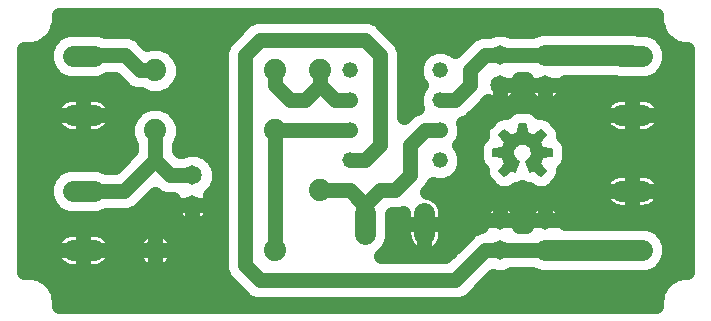
<source format=gbl>
G75*
%MOIN*%
%OFA0B0*%
%FSLAX24Y24*%
%IPPOS*%
%LPD*%
%AMOC8*
5,1,8,0,0,1.08239X$1,22.5*
%
%ADD10C,0.0520*%
%ADD11C,0.0740*%
%ADD12C,0.0650*%
%ADD13C,0.0700*%
%ADD14C,0.0059*%
%ADD15C,0.0500*%
D10*
X016333Y009000D03*
X016333Y010000D03*
X016333Y011000D03*
X016333Y012000D03*
X019333Y012000D03*
X019333Y011000D03*
X019333Y010000D03*
X019333Y009000D03*
D11*
X015333Y008000D03*
X013833Y006000D03*
X009833Y006000D03*
X009833Y010000D03*
X013833Y010000D03*
X013833Y012000D03*
X015333Y012000D03*
X009833Y012000D03*
D12*
X011083Y008500D03*
X011083Y007500D03*
X021333Y007000D03*
X022833Y007000D03*
X022833Y006000D03*
X021333Y006000D03*
X021333Y011500D03*
X022833Y011500D03*
X022833Y012500D03*
X021333Y012500D03*
D13*
X022833Y012500D02*
X025711Y012500D01*
X025727Y012484D01*
X025377Y012484D02*
X026077Y012484D01*
X026077Y010516D02*
X025377Y010516D01*
X025377Y007984D02*
X026077Y007984D01*
X026077Y006016D02*
X025377Y006016D01*
X025711Y006000D02*
X022833Y006000D01*
X018818Y006544D02*
X018818Y007244D01*
X016849Y007244D02*
X016849Y006544D01*
X007790Y006016D02*
X007090Y006016D01*
X007090Y007984D02*
X007790Y007984D01*
X007790Y010516D02*
X007090Y010516D01*
X007090Y012484D02*
X007790Y012484D01*
D14*
X021106Y009370D02*
X021106Y009130D01*
X021424Y009098D01*
X021458Y008991D01*
X021509Y008891D01*
X021308Y008644D01*
X021477Y008474D01*
X021725Y008676D01*
X021824Y008625D01*
X021966Y008966D01*
X021912Y008994D01*
X021866Y009032D01*
X021828Y009079D01*
X021799Y009132D01*
X021782Y009190D01*
X021776Y009250D01*
X021782Y009313D01*
X021801Y009373D01*
X021832Y009428D01*
X021874Y009475D01*
X021925Y009513D01*
X021982Y009540D01*
X022043Y009555D01*
X022106Y009557D01*
X022168Y009546D01*
X022227Y009522D01*
X022280Y009487D01*
X022324Y009442D01*
X022358Y009389D01*
X022380Y009330D01*
X022390Y009267D01*
X022387Y009204D01*
X022372Y009143D01*
X022344Y009086D01*
X022305Y009037D01*
X022257Y008996D01*
X022201Y008966D01*
X022342Y008625D01*
X022442Y008676D01*
X022689Y008474D01*
X022859Y008644D01*
X022657Y008891D01*
X022709Y008991D01*
X022743Y009098D01*
X023060Y009130D01*
X023060Y009370D01*
X022743Y009402D01*
X022709Y009509D01*
X022657Y009609D01*
X022859Y009856D01*
X022689Y010026D01*
X022442Y009824D01*
X022342Y009875D01*
X022236Y009909D01*
X022203Y010227D01*
X021963Y010227D01*
X021931Y009909D01*
X021824Y009875D01*
X021725Y009824D01*
X021477Y010026D01*
X021308Y009856D01*
X021509Y009609D01*
X021458Y009509D01*
X021424Y009402D01*
X021106Y009370D01*
X021106Y009321D02*
X021785Y009321D01*
X021777Y009263D02*
X021106Y009263D01*
X021106Y009205D02*
X021780Y009205D01*
X021794Y009148D02*
X021106Y009148D01*
X021187Y009378D02*
X021804Y009378D01*
X021839Y009436D02*
X021435Y009436D01*
X021453Y009493D02*
X021898Y009493D01*
X022026Y009551D02*
X021480Y009551D01*
X021509Y009608D02*
X022657Y009608D01*
X022687Y009551D02*
X022139Y009551D01*
X022270Y009493D02*
X022714Y009493D01*
X022732Y009436D02*
X022328Y009436D01*
X022362Y009378D02*
X022980Y009378D01*
X023060Y009321D02*
X022382Y009321D01*
X022390Y009263D02*
X023060Y009263D01*
X023060Y009205D02*
X022388Y009205D01*
X022373Y009148D02*
X023060Y009148D01*
X022740Y009090D02*
X022346Y009090D01*
X022300Y009033D02*
X022722Y009033D01*
X022700Y008975D02*
X022219Y008975D01*
X022221Y008918D02*
X022671Y008918D01*
X022683Y008860D02*
X022245Y008860D01*
X022269Y008803D02*
X022730Y008803D01*
X022777Y008745D02*
X022293Y008745D01*
X022316Y008687D02*
X022823Y008687D01*
X022845Y008630D02*
X022499Y008630D01*
X022569Y008572D02*
X022787Y008572D01*
X022730Y008515D02*
X022640Y008515D01*
X022352Y008630D02*
X022340Y008630D01*
X021898Y008803D02*
X021437Y008803D01*
X021484Y008860D02*
X021922Y008860D01*
X021946Y008918D02*
X021496Y008918D01*
X021466Y008975D02*
X021948Y008975D01*
X021866Y009033D02*
X021445Y009033D01*
X021426Y009090D02*
X021822Y009090D01*
X021874Y008745D02*
X021390Y008745D01*
X021343Y008687D02*
X021850Y008687D01*
X021826Y008630D02*
X021814Y008630D01*
X021668Y008630D02*
X021322Y008630D01*
X021379Y008572D02*
X021598Y008572D01*
X021527Y008515D02*
X021437Y008515D01*
X021463Y009666D02*
X022704Y009666D01*
X022751Y009723D02*
X021416Y009723D01*
X021369Y009781D02*
X022798Y009781D01*
X022845Y009839D02*
X022460Y009839D01*
X022413Y009839D02*
X021753Y009839D01*
X021707Y009839D02*
X021322Y009839D01*
X021348Y009896D02*
X021636Y009896D01*
X021565Y009954D02*
X021405Y009954D01*
X021463Y010011D02*
X021495Y010011D01*
X021890Y009896D02*
X022277Y009896D01*
X022231Y009954D02*
X021936Y009954D01*
X021941Y010011D02*
X022225Y010011D01*
X022219Y010069D02*
X021947Y010069D01*
X021953Y010126D02*
X022214Y010126D01*
X022208Y010184D02*
X021959Y010184D01*
X022531Y009896D02*
X022819Y009896D01*
X022761Y009954D02*
X022601Y009954D01*
X022672Y010011D02*
X022704Y010011D01*
D15*
X026540Y004150D02*
X006627Y004150D01*
X006627Y004387D01*
X006556Y004653D01*
X006419Y004891D01*
X006224Y005085D01*
X005986Y005223D01*
X005721Y005294D01*
X005483Y005294D01*
X005483Y012706D01*
X005721Y012706D01*
X005986Y012777D01*
X006224Y012915D01*
X006419Y013109D01*
X006556Y013347D01*
X006627Y013613D01*
X006627Y013846D01*
X026540Y013846D01*
X026540Y013613D01*
X026611Y013347D01*
X026748Y013109D01*
X026942Y012915D01*
X027180Y012777D01*
X027446Y012706D01*
X027553Y012706D01*
X027553Y005294D01*
X027446Y005294D01*
X027180Y005223D01*
X026942Y005085D01*
X026748Y004891D01*
X026611Y004653D01*
X026540Y004387D01*
X026540Y004150D01*
X026559Y004458D02*
X020423Y004458D01*
X020286Y004322D02*
X021110Y005145D01*
X021159Y005125D01*
X021507Y005125D01*
X021688Y005200D01*
X022413Y005200D01*
X022654Y005100D01*
X025890Y005100D01*
X025928Y005116D01*
X026256Y005116D01*
X026587Y005253D01*
X026840Y005506D01*
X026977Y005837D01*
X026977Y006195D01*
X026840Y006526D01*
X026587Y006779D01*
X026256Y006916D01*
X025198Y006916D01*
X025160Y006900D01*
X023501Y006900D01*
X023508Y006956D01*
X023508Y007000D01*
X023508Y007044D01*
X023497Y007132D01*
X023474Y007217D01*
X023440Y007299D01*
X023396Y007376D01*
X023342Y007446D01*
X023279Y007509D01*
X023209Y007562D01*
X023133Y007607D01*
X023051Y007641D01*
X022965Y007663D01*
X022878Y007675D01*
X022833Y007675D01*
X022789Y007675D01*
X022701Y007663D01*
X022616Y007641D01*
X022534Y007607D01*
X022458Y007562D01*
X022387Y007509D01*
X022325Y007446D01*
X022271Y007376D01*
X022227Y007299D01*
X022193Y007217D01*
X022170Y007132D01*
X022158Y007044D01*
X022158Y007000D01*
X022833Y007000D01*
X022158Y007000D01*
X022158Y006956D01*
X022170Y006868D01*
X022188Y006800D01*
X021979Y006800D01*
X021997Y006868D01*
X022008Y006956D01*
X022008Y007000D01*
X022008Y007044D01*
X021997Y007132D01*
X021974Y007217D01*
X021940Y007299D01*
X021896Y007376D01*
X021842Y007446D01*
X021779Y007509D01*
X021709Y007562D01*
X021633Y007607D01*
X021551Y007641D01*
X021465Y007663D01*
X021378Y007675D01*
X021333Y007675D01*
X021289Y007675D01*
X021201Y007663D01*
X021116Y007641D01*
X021034Y007607D01*
X020958Y007562D01*
X020887Y007509D01*
X020825Y007446D01*
X020771Y007376D01*
X020727Y007299D01*
X020693Y007217D01*
X020670Y007132D01*
X020658Y007044D01*
X020658Y007000D01*
X021333Y007000D01*
X020658Y007000D01*
X020658Y006956D01*
X020670Y006868D01*
X020688Y006800D01*
X020674Y006800D01*
X020380Y006678D01*
X020155Y006453D01*
X019502Y005800D01*
X017378Y005800D01*
X017612Y006034D01*
X017749Y006365D01*
X017749Y007200D01*
X017992Y007200D01*
X018118Y007252D01*
X018118Y006894D01*
X018818Y006894D01*
X019518Y006894D01*
X019518Y007290D01*
X019506Y007381D01*
X019482Y007469D01*
X019447Y007554D01*
X019401Y007633D01*
X019345Y007706D01*
X019280Y007771D01*
X019207Y007827D01*
X019128Y007873D01*
X019043Y007908D01*
X018954Y007932D01*
X018903Y007938D01*
X019012Y008047D01*
X019086Y008226D01*
X019172Y008190D01*
X019494Y008190D01*
X019792Y008313D01*
X020020Y008541D01*
X020143Y008839D01*
X020143Y009161D01*
X020020Y009459D01*
X019979Y009500D01*
X020020Y009541D01*
X020143Y009839D01*
X020143Y010161D01*
X020107Y010248D01*
X020286Y010322D01*
X020786Y010822D01*
X020926Y010962D01*
X020958Y010938D01*
X021034Y010893D01*
X021116Y010859D01*
X021201Y010837D01*
X021289Y010825D01*
X021333Y010825D01*
X021333Y011500D01*
X021333Y011500D01*
X021333Y010825D01*
X021378Y010825D01*
X021465Y010837D01*
X021551Y010859D01*
X021633Y010893D01*
X021709Y010938D01*
X021779Y010991D01*
X021842Y011054D01*
X021896Y011124D01*
X021940Y011201D01*
X021974Y011283D01*
X021997Y011368D01*
X022008Y011456D01*
X022008Y011500D01*
X022008Y011544D01*
X021997Y011632D01*
X021979Y011700D01*
X022188Y011700D01*
X022170Y011632D01*
X022158Y011544D01*
X022158Y011500D01*
X022833Y011500D01*
X022158Y011500D01*
X022158Y011456D01*
X022170Y011368D01*
X022193Y011283D01*
X022227Y011201D01*
X022271Y011124D01*
X022325Y011054D01*
X022387Y010991D01*
X022458Y010938D01*
X022534Y010893D01*
X022616Y010859D01*
X022701Y010837D01*
X022789Y010825D01*
X022833Y010825D01*
X022833Y011500D01*
X022833Y011500D01*
X022833Y011500D01*
X022833Y010825D01*
X022878Y010825D01*
X022965Y010837D01*
X023051Y010859D01*
X023133Y010893D01*
X023209Y010938D01*
X023279Y010991D01*
X023342Y011054D01*
X023396Y011124D01*
X023440Y011201D01*
X023474Y011283D01*
X023497Y011368D01*
X023508Y011456D01*
X023508Y011500D01*
X023508Y011544D01*
X023501Y011600D01*
X025160Y011600D01*
X025198Y011584D01*
X026256Y011584D01*
X026587Y011721D01*
X026840Y011974D01*
X026977Y012305D01*
X026977Y012663D01*
X026840Y012994D01*
X026587Y013247D01*
X026256Y013384D01*
X025928Y013384D01*
X025890Y013400D01*
X022654Y013400D01*
X022413Y013300D01*
X021688Y013300D01*
X021507Y013375D01*
X021159Y013375D01*
X020978Y013300D01*
X020674Y013300D01*
X020380Y013178D01*
X019880Y012678D01*
X019840Y012638D01*
X019792Y012687D01*
X019494Y012810D01*
X019172Y012810D01*
X018875Y012687D01*
X018647Y012459D01*
X018523Y012161D01*
X018523Y011839D01*
X018647Y011541D01*
X018688Y011500D01*
X018647Y011459D01*
X018523Y011161D01*
X018523Y010839D01*
X018559Y010752D01*
X018380Y010678D01*
X018133Y010431D01*
X018133Y012659D01*
X018012Y012953D01*
X017512Y013453D01*
X017286Y013678D01*
X016992Y013800D01*
X013174Y013800D01*
X012880Y013678D01*
X012155Y012953D01*
X012033Y012659D01*
X012033Y005341D01*
X012155Y005047D01*
X012655Y004547D01*
X012880Y004322D01*
X013174Y004200D01*
X019992Y004200D01*
X020286Y004322D01*
X019833Y005000D02*
X020833Y006000D01*
X021333Y006000D01*
X022833Y006000D01*
X022833Y007000D02*
X022833Y007000D01*
X022833Y007675D01*
X022833Y007000D01*
X022833Y007000D01*
X023508Y007000D01*
X022833Y007000D01*
X022833Y007000D01*
X022159Y006951D02*
X022008Y006951D01*
X022008Y007000D02*
X021333Y007000D01*
X021333Y007000D01*
X021333Y007675D01*
X021333Y007000D01*
X021333Y007000D01*
X022008Y007000D01*
X021333Y007000D02*
X021333Y007000D01*
X020659Y006951D02*
X019518Y006951D01*
X019518Y006894D02*
X018818Y006894D01*
X018818Y006894D01*
X018818Y005844D01*
X018863Y005844D01*
X018954Y005856D01*
X019043Y005879D01*
X019128Y005915D01*
X019207Y005960D01*
X019280Y006016D01*
X019345Y006081D01*
X019401Y006154D01*
X019447Y006233D01*
X019482Y006318D01*
X019506Y006407D01*
X019518Y006498D01*
X019518Y006894D01*
X019512Y006452D02*
X020154Y006452D01*
X019655Y005954D02*
X019195Y005954D01*
X018818Y005954D02*
X018818Y005954D01*
X018818Y005844D02*
X018818Y006894D01*
X018818Y006894D01*
X018818Y006894D01*
X018118Y006894D01*
X018118Y006498D01*
X018130Y006407D01*
X018153Y006318D01*
X018188Y006233D01*
X018234Y006154D01*
X018290Y006081D01*
X018355Y006016D01*
X018428Y005960D01*
X018507Y005915D01*
X018592Y005879D01*
X018681Y005856D01*
X018772Y005844D01*
X018818Y005844D01*
X018440Y005954D02*
X017532Y005954D01*
X017749Y006452D02*
X018124Y006452D01*
X018818Y006452D02*
X018818Y006452D01*
X018118Y006951D02*
X017749Y006951D01*
X016849Y006894D02*
X016849Y007484D01*
X016849Y007516D01*
X017333Y008000D01*
X017833Y008000D01*
X018333Y008500D01*
X018333Y009500D01*
X018833Y010000D01*
X019333Y010000D01*
X020143Y009942D02*
X020728Y009942D01*
X020728Y009971D02*
X020728Y009885D01*
X020721Y009814D01*
X020676Y009759D01*
X020615Y009698D01*
X020604Y009670D01*
X020584Y009647D01*
X020560Y009565D01*
X020527Y009485D01*
X020527Y009455D01*
X020518Y009426D01*
X020527Y009341D01*
X020527Y009159D01*
X020518Y009074D01*
X020527Y009045D01*
X020527Y009015D01*
X020560Y008935D01*
X020584Y008853D01*
X020604Y008830D01*
X020615Y008802D01*
X020676Y008741D01*
X020721Y008686D01*
X020728Y008615D01*
X020728Y008529D01*
X020740Y008501D01*
X020743Y008471D01*
X020784Y008395D01*
X020816Y008316D01*
X020838Y008294D01*
X020852Y008268D01*
X020919Y008213D01*
X021047Y008085D01*
X021101Y008019D01*
X021128Y008004D01*
X021149Y007983D01*
X021228Y007950D01*
X021304Y007910D01*
X021334Y007906D01*
X021362Y007895D01*
X021448Y007895D01*
X021533Y007886D01*
X021562Y007895D01*
X021593Y007895D01*
X021672Y007928D01*
X021754Y007952D01*
X021778Y007972D01*
X021806Y007983D01*
X021863Y008040D01*
X021891Y008038D01*
X021915Y008045D01*
X021940Y008045D01*
X022024Y008080D01*
X022083Y008099D01*
X022143Y008080D01*
X022227Y008045D01*
X022252Y008045D01*
X022276Y008038D01*
X022304Y008040D01*
X022361Y007983D01*
X022389Y007972D01*
X022412Y007952D01*
X022495Y007928D01*
X022574Y007895D01*
X022604Y007895D01*
X022633Y007886D01*
X022719Y007895D01*
X022805Y007895D01*
X022833Y007906D01*
X022863Y007910D01*
X022938Y007950D01*
X023018Y007983D01*
X023039Y008004D01*
X023066Y008019D01*
X023120Y008085D01*
X023248Y008213D01*
X023314Y008268D01*
X023329Y008294D01*
X023350Y008316D01*
X023383Y008395D01*
X023424Y008471D01*
X023427Y008501D01*
X023438Y008529D01*
X023438Y008615D01*
X023446Y008686D01*
X023491Y008741D01*
X023552Y008802D01*
X023563Y008830D01*
X023582Y008853D01*
X023607Y008935D01*
X023640Y009015D01*
X023640Y009045D01*
X023648Y009074D01*
X023640Y009159D01*
X023640Y009341D01*
X023648Y009426D01*
X023640Y009455D01*
X023640Y009485D01*
X023607Y009565D01*
X023582Y009647D01*
X023563Y009670D01*
X023552Y009698D01*
X023491Y009759D01*
X023446Y009814D01*
X023438Y009885D01*
X023438Y009971D01*
X023427Y009999D01*
X023424Y010029D01*
X023383Y010105D01*
X023350Y010184D01*
X023329Y010206D01*
X023314Y010232D01*
X023248Y010287D01*
X023120Y010415D01*
X023066Y010481D01*
X023039Y010496D01*
X023018Y010517D01*
X022938Y010550D01*
X022863Y010590D01*
X022833Y010594D01*
X022805Y010605D01*
X022719Y010605D01*
X022648Y010612D01*
X022592Y010657D01*
X022532Y010718D01*
X022504Y010730D01*
X022480Y010749D01*
X022398Y010774D01*
X022319Y010806D01*
X022288Y010806D01*
X022259Y010815D01*
X022174Y010806D01*
X021993Y010806D01*
X021907Y010815D01*
X021878Y010806D01*
X021848Y010806D01*
X021769Y010774D01*
X021686Y010749D01*
X021663Y010730D01*
X021635Y010718D01*
X021574Y010657D01*
X021519Y010612D01*
X021448Y010605D01*
X021362Y010605D01*
X021334Y010594D01*
X021304Y010590D01*
X021228Y010550D01*
X021149Y010517D01*
X021128Y010496D01*
X021101Y010481D01*
X021047Y010415D01*
X020919Y010287D01*
X020852Y010232D01*
X020838Y010206D01*
X020816Y010184D01*
X020784Y010105D01*
X020743Y010029D01*
X020740Y009999D01*
X020728Y009971D01*
X020523Y009443D02*
X020027Y009443D01*
X020143Y008945D02*
X020556Y008945D01*
X020756Y008446D02*
X019925Y008446D01*
X018912Y007948D02*
X021233Y007948D01*
X021738Y007948D02*
X022429Y007948D01*
X022933Y007948D02*
X024677Y007948D01*
X024677Y007938D02*
X024689Y007847D01*
X024713Y007759D01*
X024748Y007674D01*
X024794Y007595D01*
X024850Y007522D01*
X024915Y007457D01*
X024987Y007401D01*
X025067Y007355D01*
X025152Y007320D01*
X025240Y007296D01*
X025331Y007284D01*
X025727Y007284D01*
X026123Y007284D01*
X026214Y007296D01*
X026303Y007320D01*
X026387Y007355D01*
X026467Y007401D01*
X026540Y007457D01*
X026604Y007522D01*
X026660Y007595D01*
X026706Y007674D01*
X026741Y007759D01*
X026765Y007847D01*
X026777Y007938D01*
X026777Y007984D01*
X025727Y007984D01*
X025727Y007984D01*
X025727Y007284D01*
X025727Y007984D01*
X024677Y007984D01*
X024677Y007938D01*
X024677Y007984D02*
X025727Y007984D01*
X025727Y007984D01*
X025727Y007984D01*
X026777Y007984D01*
X026777Y008030D01*
X026765Y008121D01*
X026741Y008210D01*
X026706Y008295D01*
X026660Y008374D01*
X026604Y008447D01*
X026540Y008512D01*
X026467Y008568D01*
X026387Y008613D01*
X026303Y008649D01*
X026214Y008672D01*
X026123Y008684D01*
X025727Y008684D01*
X025331Y008684D01*
X025240Y008672D01*
X025152Y008649D01*
X025067Y008613D01*
X024987Y008568D01*
X024915Y008512D01*
X024850Y008447D01*
X024794Y008374D01*
X024748Y008295D01*
X024713Y008210D01*
X024689Y008121D01*
X024677Y008030D01*
X024677Y007984D01*
X024849Y008446D02*
X023411Y008446D01*
X023611Y008945D02*
X027553Y008945D01*
X027553Y009443D02*
X023643Y009443D01*
X023438Y009942D02*
X024976Y009942D01*
X024987Y009932D02*
X025067Y009887D01*
X025152Y009851D01*
X025240Y009828D01*
X025331Y009816D01*
X025727Y009816D01*
X025727Y010516D01*
X025727Y011216D01*
X025331Y011216D01*
X025240Y011204D01*
X025152Y011180D01*
X025067Y011145D01*
X024987Y011099D01*
X024915Y011043D01*
X024850Y010978D01*
X024794Y010905D01*
X024748Y010826D01*
X024713Y010741D01*
X024689Y010653D01*
X024677Y010562D01*
X024677Y010516D01*
X025727Y010516D01*
X025727Y010516D01*
X025727Y011216D01*
X026123Y011216D01*
X026214Y011204D01*
X026303Y011180D01*
X026387Y011145D01*
X026467Y011099D01*
X026540Y011043D01*
X026604Y010978D01*
X026660Y010905D01*
X026706Y010826D01*
X026741Y010741D01*
X026765Y010653D01*
X026777Y010562D01*
X026777Y010516D01*
X025727Y010516D01*
X025727Y010516D01*
X025727Y010516D01*
X024677Y010516D01*
X024677Y010470D01*
X024689Y010379D01*
X024713Y010290D01*
X024748Y010205D01*
X024794Y010126D01*
X024850Y010053D01*
X024915Y009988D01*
X024987Y009932D01*
X024681Y010440D02*
X023099Y010440D01*
X023210Y010939D02*
X024819Y010939D01*
X025727Y010939D02*
X025727Y010939D01*
X026635Y010939D02*
X027553Y010939D01*
X027553Y011437D02*
X023506Y011437D01*
X023508Y011500D02*
X022833Y011500D01*
X023508Y011500D01*
X022833Y011500D02*
X022833Y011500D01*
X022833Y011437D02*
X022833Y011437D01*
X022161Y011437D02*
X022006Y011437D01*
X022008Y011500D02*
X021333Y011500D01*
X022008Y011500D01*
X021333Y011500D02*
X021333Y011500D01*
X021333Y011437D02*
X021333Y011437D01*
X021333Y010939D02*
X021333Y010939D01*
X021710Y010939D02*
X022456Y010939D01*
X022833Y010939D02*
X022833Y010939D01*
X021068Y010440D02*
X020405Y010440D01*
X020903Y010939D02*
X020956Y010939D01*
X020333Y011500D02*
X020333Y012000D01*
X020833Y012500D01*
X021333Y012500D01*
X022833Y012500D01*
X020333Y011500D02*
X019833Y011000D01*
X019333Y011000D01*
X018523Y010939D02*
X018133Y010939D01*
X018133Y011437D02*
X018638Y011437D01*
X018523Y011936D02*
X018133Y011936D01*
X018133Y012434D02*
X018636Y012434D01*
X018020Y012933D02*
X020134Y012933D01*
X019880Y012678D02*
X019880Y012678D01*
X017534Y013431D02*
X026588Y013431D01*
X026866Y012933D02*
X026925Y012933D01*
X026977Y012434D02*
X027553Y012434D01*
X027553Y011936D02*
X026801Y011936D01*
X026777Y010516D02*
X025727Y010516D01*
X025727Y010516D01*
X025727Y009816D01*
X026123Y009816D01*
X026214Y009828D01*
X026303Y009851D01*
X026387Y009887D01*
X026467Y009932D01*
X026540Y009988D01*
X026604Y010053D01*
X026660Y010126D01*
X026706Y010205D01*
X026741Y010290D01*
X026765Y010379D01*
X026777Y010470D01*
X026777Y010516D01*
X026773Y010440D02*
X027553Y010440D01*
X027553Y009942D02*
X026479Y009942D01*
X025727Y009942D02*
X025727Y009942D01*
X025727Y010440D02*
X025727Y010440D01*
X025727Y008684D02*
X025727Y007984D01*
X025727Y007984D01*
X025727Y008684D01*
X025727Y008446D02*
X025727Y008446D01*
X026605Y008446D02*
X027553Y008446D01*
X027553Y007948D02*
X026777Y007948D01*
X026529Y007449D02*
X027553Y007449D01*
X027553Y006951D02*
X023508Y006951D01*
X023339Y007449D02*
X024925Y007449D01*
X025727Y007449D02*
X025727Y007449D01*
X025727Y007948D02*
X025727Y007948D01*
X026870Y006452D02*
X027553Y006452D01*
X027553Y005954D02*
X026977Y005954D01*
X026789Y005455D02*
X027553Y005455D01*
X026814Y004957D02*
X020921Y004957D01*
X019833Y005000D02*
X013333Y005000D01*
X012833Y005500D01*
X012833Y012500D01*
X013333Y013000D01*
X016833Y013000D01*
X017333Y012500D01*
X017333Y009500D01*
X016833Y009000D01*
X016333Y009000D01*
X016333Y008000D02*
X015333Y008000D01*
X016333Y008000D02*
X016849Y007484D01*
X019487Y007449D02*
X020828Y007449D01*
X021333Y007449D02*
X021333Y007449D01*
X021839Y007449D02*
X022328Y007449D01*
X022833Y007449D02*
X022833Y007449D01*
X018142Y010440D02*
X018133Y010440D01*
X016333Y010000D02*
X013833Y010000D01*
X013833Y006000D01*
X012033Y005954D02*
X010553Y005954D01*
X010553Y005953D02*
X010553Y006000D01*
X009833Y006000D01*
X009113Y006000D01*
X009113Y005953D01*
X009126Y005859D01*
X009150Y005768D01*
X009186Y005681D01*
X009233Y005599D01*
X009291Y005524D01*
X009358Y005458D01*
X009432Y005400D01*
X009514Y005353D01*
X009601Y005317D01*
X009693Y005292D01*
X009786Y005280D01*
X009833Y005280D01*
X009833Y006000D01*
X009833Y006000D01*
X009113Y006000D01*
X009113Y006047D01*
X009126Y006141D01*
X009150Y006232D01*
X009186Y006319D01*
X009233Y006401D01*
X009291Y006476D01*
X009358Y006542D01*
X009432Y006600D01*
X009514Y006647D01*
X009601Y006683D01*
X009693Y006708D01*
X009786Y006720D01*
X009833Y006720D01*
X009833Y006000D01*
X009833Y006000D01*
X009833Y006000D01*
X009833Y005280D01*
X009881Y005280D01*
X009974Y005292D01*
X010065Y005317D01*
X010152Y005353D01*
X010234Y005400D01*
X010309Y005458D01*
X010376Y005524D01*
X010433Y005599D01*
X010480Y005681D01*
X010517Y005768D01*
X010541Y005859D01*
X010553Y005953D01*
X010553Y006000D02*
X010553Y006047D01*
X010541Y006141D01*
X010517Y006232D01*
X010480Y006319D01*
X010433Y006401D01*
X010376Y006476D01*
X010309Y006542D01*
X010234Y006600D01*
X010152Y006647D01*
X010065Y006683D01*
X009974Y006708D01*
X009881Y006720D01*
X009833Y006720D01*
X009833Y006000D01*
X010553Y006000D01*
X009833Y006000D02*
X009833Y006000D01*
X009833Y005954D02*
X009833Y005954D01*
X009833Y006452D02*
X009833Y006452D01*
X010394Y006452D02*
X012033Y006452D01*
X011459Y006938D02*
X011383Y006893D01*
X011301Y006859D01*
X011215Y006837D01*
X011128Y006825D01*
X011083Y006825D01*
X011083Y007500D01*
X010408Y007500D01*
X011083Y007500D01*
X011083Y007500D01*
X011083Y007500D01*
X011083Y006825D01*
X011039Y006825D01*
X010951Y006837D01*
X010866Y006859D01*
X010784Y006893D01*
X010708Y006938D01*
X010637Y006991D01*
X010575Y007054D01*
X010521Y007124D01*
X010477Y007201D01*
X010443Y007283D01*
X010420Y007368D01*
X010408Y007456D01*
X010408Y007500D01*
X010408Y007544D01*
X010420Y007632D01*
X010438Y007700D01*
X010174Y007700D01*
X009880Y007822D01*
X009833Y007869D01*
X009496Y007531D01*
X009271Y007306D01*
X008977Y007184D01*
X008210Y007184D01*
X007969Y007084D01*
X006911Y007084D01*
X006580Y007221D01*
X006327Y007474D01*
X006190Y007805D01*
X006190Y008163D01*
X006327Y008494D01*
X006580Y008747D01*
X006911Y008884D01*
X007969Y008884D01*
X008210Y008784D01*
X008486Y008784D01*
X009033Y009331D01*
X009033Y009527D01*
X008913Y009817D01*
X008913Y010183D01*
X009053Y010521D01*
X009312Y010780D01*
X009650Y010920D01*
X010016Y010920D01*
X010354Y010780D01*
X010613Y010521D01*
X010753Y010183D01*
X010753Y009817D01*
X010633Y009527D01*
X010633Y009331D01*
X010665Y009300D01*
X010728Y009300D01*
X010909Y009375D01*
X011257Y009375D01*
X011579Y009242D01*
X011825Y008996D01*
X011958Y008674D01*
X011958Y008326D01*
X011825Y008004D01*
X011664Y007844D01*
X011690Y007799D01*
X011724Y007717D01*
X011747Y007632D01*
X011758Y007544D01*
X011758Y007500D01*
X011083Y007500D01*
X011083Y007500D01*
X011758Y007500D01*
X011758Y007456D01*
X011747Y007368D01*
X011724Y007283D01*
X011690Y007201D01*
X011646Y007124D01*
X011592Y007054D01*
X011529Y006991D01*
X011459Y006938D01*
X011476Y006951D02*
X012033Y006951D01*
X012033Y007449D02*
X011757Y007449D01*
X011083Y007449D02*
X011083Y007449D01*
X010409Y007449D02*
X009414Y007449D01*
X008818Y007984D02*
X007440Y007984D01*
X006352Y007449D02*
X005483Y007449D01*
X005483Y006951D02*
X010691Y006951D01*
X011083Y006951D02*
X011083Y006951D01*
X009273Y006452D02*
X008337Y006452D01*
X008317Y006478D02*
X008252Y006543D01*
X008179Y006599D01*
X008100Y006645D01*
X008015Y006680D01*
X007926Y006704D01*
X007836Y006716D01*
X007440Y006716D01*
X007440Y006016D01*
X008490Y006016D01*
X008490Y006062D01*
X008478Y006153D01*
X008454Y006241D01*
X008419Y006326D01*
X008373Y006405D01*
X008317Y006478D01*
X008490Y006016D02*
X007440Y006016D01*
X007440Y006016D01*
X007440Y006016D01*
X007440Y006716D01*
X007044Y006716D01*
X006953Y006704D01*
X006864Y006680D01*
X006779Y006645D01*
X006700Y006599D01*
X006627Y006543D01*
X006562Y006478D01*
X006506Y006405D01*
X006460Y006326D01*
X006425Y006241D01*
X006402Y006153D01*
X006390Y006062D01*
X006390Y006016D01*
X007440Y006016D01*
X007440Y005316D01*
X007836Y005316D01*
X007926Y005328D01*
X008015Y005351D01*
X008100Y005387D01*
X008179Y005432D01*
X008252Y005488D01*
X008317Y005553D01*
X008373Y005626D01*
X008419Y005705D01*
X008454Y005790D01*
X008478Y005879D01*
X008490Y005970D01*
X008490Y006016D01*
X008487Y005954D02*
X009113Y005954D01*
X009361Y005455D02*
X008209Y005455D01*
X007440Y005455D02*
X007440Y005455D01*
X007440Y005316D02*
X007044Y005316D01*
X006953Y005328D01*
X006864Y005351D01*
X006779Y005387D01*
X006700Y005432D01*
X006627Y005488D01*
X006562Y005553D01*
X006506Y005626D01*
X006460Y005705D01*
X006425Y005790D01*
X006402Y005879D01*
X006390Y005970D01*
X006390Y006016D01*
X007440Y006016D01*
X007440Y006016D01*
X007440Y006016D01*
X007440Y005316D01*
X006671Y005455D02*
X005483Y005455D01*
X005483Y005954D02*
X006392Y005954D01*
X006542Y006452D02*
X005483Y006452D01*
X007440Y006452D02*
X007440Y006452D01*
X007440Y005954D02*
X007440Y005954D01*
X006353Y004957D02*
X012245Y004957D01*
X012033Y005455D02*
X010306Y005455D01*
X009833Y005455D02*
X009833Y005455D01*
X012744Y004458D02*
X006608Y004458D01*
X006190Y007948D02*
X005483Y007948D01*
X005483Y008446D02*
X006307Y008446D01*
X005483Y008945D02*
X008646Y008945D01*
X009033Y009443D02*
X005483Y009443D01*
X005483Y009942D02*
X006688Y009942D01*
X006700Y009932D02*
X006779Y009887D01*
X006864Y009851D01*
X006953Y009828D01*
X007044Y009816D01*
X007440Y009816D01*
X007836Y009816D01*
X007926Y009828D01*
X008015Y009851D01*
X008100Y009887D01*
X008179Y009932D01*
X008252Y009988D01*
X008317Y010053D01*
X008373Y010126D01*
X008419Y010205D01*
X008454Y010290D01*
X008478Y010379D01*
X008490Y010470D01*
X008490Y010516D01*
X008490Y010562D01*
X008478Y010653D01*
X008454Y010741D01*
X008419Y010826D01*
X008373Y010905D01*
X008317Y010978D01*
X008252Y011043D01*
X008179Y011099D01*
X008100Y011145D01*
X008015Y011180D01*
X007926Y011204D01*
X007836Y011216D01*
X007440Y011216D01*
X007440Y010516D01*
X008490Y010516D01*
X007440Y010516D01*
X007440Y010516D01*
X007440Y010516D01*
X007440Y011216D01*
X007044Y011216D01*
X006953Y011204D01*
X006864Y011180D01*
X006779Y011145D01*
X006700Y011099D01*
X006627Y011043D01*
X006562Y010978D01*
X006506Y010905D01*
X006460Y010826D01*
X006425Y010741D01*
X006402Y010653D01*
X006390Y010562D01*
X006390Y010516D01*
X007440Y010516D01*
X007440Y009816D01*
X007440Y010516D01*
X007440Y010516D01*
X007440Y010516D01*
X006390Y010516D01*
X006390Y010470D01*
X006402Y010379D01*
X006425Y010290D01*
X006460Y010205D01*
X006506Y010126D01*
X006562Y010053D01*
X006627Y009988D01*
X006700Y009932D01*
X007440Y009942D02*
X007440Y009942D01*
X007440Y010440D02*
X007440Y010440D01*
X007440Y010939D02*
X007440Y010939D01*
X006532Y010939D02*
X005483Y010939D01*
X005483Y011437D02*
X008765Y011437D01*
X008655Y011547D02*
X008880Y011322D01*
X009174Y011200D01*
X009361Y011200D01*
X009650Y011080D01*
X010016Y011080D01*
X010354Y011220D01*
X010613Y011479D01*
X010753Y011817D01*
X010753Y012183D01*
X010613Y012521D01*
X010354Y012780D01*
X010016Y012920D01*
X009650Y012920D01*
X009576Y012889D01*
X009286Y013178D01*
X008992Y013300D01*
X008172Y013300D01*
X007969Y013384D01*
X006911Y013384D01*
X006580Y013247D01*
X006327Y012994D01*
X006190Y012663D01*
X006190Y012305D01*
X006327Y011974D01*
X006580Y011721D01*
X006911Y011584D01*
X007969Y011584D01*
X008248Y011700D01*
X008502Y011700D01*
X008655Y011547D01*
X009333Y012000D02*
X009833Y012000D01*
X009333Y012000D02*
X008833Y012500D01*
X007955Y012500D01*
X007440Y012484D01*
X006366Y011936D02*
X005483Y011936D01*
X005483Y012434D02*
X006190Y012434D01*
X006242Y012933D02*
X006301Y012933D01*
X006578Y013431D02*
X012633Y013431D01*
X012147Y012933D02*
X009532Y012933D01*
X010649Y012434D02*
X012033Y012434D01*
X012033Y011936D02*
X010753Y011936D01*
X010571Y011437D02*
X012033Y011437D01*
X012033Y010939D02*
X008348Y010939D01*
X008486Y010440D02*
X009020Y010440D01*
X008913Y009942D02*
X008191Y009942D01*
X009833Y010000D02*
X009833Y009000D01*
X008818Y007984D01*
X009833Y009000D02*
X010333Y008500D01*
X011083Y008500D01*
X011958Y008446D02*
X012033Y008446D01*
X012033Y007948D02*
X011768Y007948D01*
X011846Y008945D02*
X012033Y008945D01*
X012033Y009443D02*
X010633Y009443D01*
X010753Y009942D02*
X012033Y009942D01*
X012033Y010440D02*
X010647Y010440D01*
X013833Y011500D02*
X013833Y012000D01*
X013833Y011500D02*
X014333Y011000D01*
X014833Y011000D01*
X015333Y011500D01*
X015333Y012000D01*
X015333Y011500D02*
X015833Y011000D01*
X016333Y011000D01*
X006394Y010440D02*
X005483Y010440D01*
M02*

</source>
